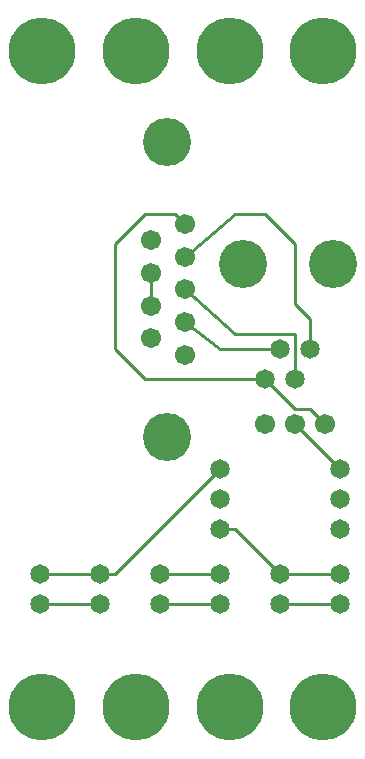
<source format=gbl>
%MOIN*%
%FSLAX25Y25*%
G04 D10 used for Character Trace; *
G04     Circle (OD=.01000) (No hole)*
G04 D11 used for Power Trace; *
G04     Circle (OD=.06500) (No hole)*
G04 D12 used for Signal Trace; *
G04     Circle (OD=.01100) (No hole)*
G04 D13 used for Via; *
G04     Circle (OD=.05800) (Round. Hole ID=.02800)*
G04 D14 used for Component hole; *
G04     Circle (OD=.06500) (Round. Hole ID=.03500)*
G04 D15 used for Component hole; *
G04     Circle (OD=.06700) (Round. Hole ID=.04300)*
G04 D16 used for Component hole; *
G04     Circle (OD=.08100) (Round. Hole ID=.05100)*
G04 D17 used for Component hole; *
G04     Circle (OD=.08900) (Round. Hole ID=.05900)*
G04 D18 used for Component hole; *
G04     Circle (OD=.11300) (Round. Hole ID=.08300)*
G04 D19 used for Component hole; *
G04     Circle (OD=.16000) (Round. Hole ID=.13000)*
G04 D20 used for Component hole; *
G04     Circle (OD=.18300) (Round. Hole ID=.15300)*
G04 D21 used for Component hole; *
G04     Circle (OD=.22291) (Round. Hole ID=.19291)*
%ADD10C,.01000*%
%ADD11C,.06500*%
%ADD12C,.01100*%
%ADD13C,.05800*%
%ADD14C,.06500*%
%ADD15C,.06700*%
%ADD16C,.08100*%
%ADD17C,.08900*%
%ADD18C,.11300*%
%ADD19C,.16000*%
%ADD20C,.18300*%
%ADD21C,.22291*%
%IPPOS*%
%LPD*%
G90*X0Y0D02*D21*X15625Y15625D03*X46875D03*D14*    
X35000Y50000D03*D12*X15000D01*D14*D03*Y60000D03*  
D12*X35000D01*D14*D03*D12*X40000D01*              
X75000Y95000D01*D14*D03*Y85000D03*D15*            
X90000Y110000D03*D19*X57400Y105800D03*D14*        
X75000Y75000D03*D12*X80000D01*X95000Y60000D01*D14*
D03*D12*X115000D01*D14*D03*Y50000D03*D12*         
X95000D01*D14*D03*X75000Y60000D03*D12*X55000D01*  
D14*D03*Y50000D03*D12*X75000D01*D14*D03*D21*      
X109375Y15625D03*X78125D03*D14*X115000Y75000D03*  
Y85000D03*Y95000D03*D12*X100000Y110000D01*D15*D03*
D12*X110000D02*X105000Y115000D01*D15*             
X110000Y110000D03*D12*X100000Y115000D02*          
X105000D01*X100000D02*X90000Y125000D01*D14*D03*   
D12*X50000D01*X40000Y135000D01*Y170000D01*        
X50000Y180000D01*X60000D01*X63100Y176800D01*D15*  
D03*Y165900D03*D12*X80000Y180000D01*X90000D01*    
X100000Y170000D01*Y150000D01*X105000Y145000D01*   
Y135000D01*D14*D03*D12*X100000Y125000D02*         
Y140000D01*D14*Y125000D03*X95000Y135000D03*D12*   
X75000D01*X63100Y144100D01*D15*D03*Y155000D03*D12*
X80000Y140000D01*X100000D01*D19*X112500Y163500D03*
X82500D03*D15*X63100Y133200D03*X51800Y171300D03*  
Y160400D03*D12*Y149600D01*D15*D03*Y138700D03*D19* 
X57400Y204200D03*D21*X109375Y234375D03*X78125D03* 
X46875D03*X15625D03*M02*                          

</source>
